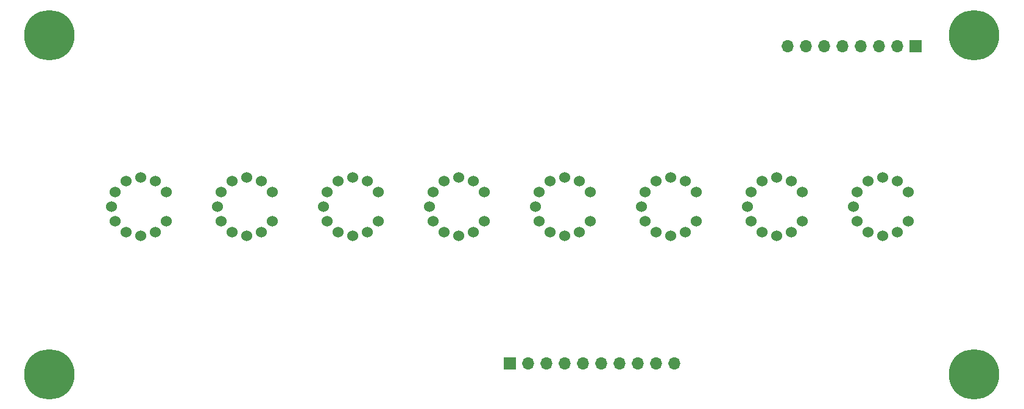
<source format=gts>
%TF.GenerationSoftware,KiCad,Pcbnew,(6.0.2)*%
%TF.CreationDate,2022-06-24T18:37:41+02:00*%
%TF.ProjectId,divergence_meter_top,64697665-7267-4656-9e63-655f6d657465,rev?*%
%TF.SameCoordinates,Original*%
%TF.FileFunction,Soldermask,Top*%
%TF.FilePolarity,Negative*%
%FSLAX46Y46*%
G04 Gerber Fmt 4.6, Leading zero omitted, Abs format (unit mm)*
G04 Created by KiCad (PCBNEW (6.0.2)) date 2022-06-24 18:37:41*
%MOMM*%
%LPD*%
G01*
G04 APERTURE LIST*
%ADD10C,1.524000*%
%ADD11C,0.800000*%
%ADD12C,7.000000*%
%ADD13R,1.700000X1.700000*%
%ADD14O,1.700000X1.700000*%
G04 APERTURE END LIST*
D10*
%TO.C,itr8*%
X187452000Y-106680000D03*
X185928000Y-105156000D03*
X183896000Y-104648000D03*
X181864000Y-105156000D03*
X180340000Y-106680000D03*
X179832000Y-108712000D03*
X180340000Y-110744000D03*
X181864000Y-112268000D03*
X183896000Y-112776000D03*
X185928000Y-112268000D03*
X187452000Y-110744000D03*
%TD*%
%TO.C,itr7*%
X172720000Y-106680000D03*
X171196000Y-105156000D03*
X169164000Y-104648000D03*
X167132000Y-105156000D03*
X165608000Y-106680000D03*
X165100000Y-108712000D03*
X165608000Y-110744000D03*
X167132000Y-112268000D03*
X169164000Y-112776000D03*
X171196000Y-112268000D03*
X172720000Y-110744000D03*
%TD*%
%TO.C,itr6*%
X157988000Y-106680000D03*
X156464000Y-105156000D03*
X154432000Y-104648000D03*
X152400000Y-105156000D03*
X150876000Y-106680000D03*
X150368000Y-108712000D03*
X150876000Y-110744000D03*
X152400000Y-112268000D03*
X154432000Y-112776000D03*
X156464000Y-112268000D03*
X157988000Y-110744000D03*
%TD*%
%TO.C,itr5*%
X143256000Y-106680000D03*
X141732000Y-105156000D03*
X139700000Y-104648000D03*
X137668000Y-105156000D03*
X136144000Y-106680000D03*
X135636000Y-108712000D03*
X136144000Y-110744000D03*
X137668000Y-112268000D03*
X139700000Y-112776000D03*
X141732000Y-112268000D03*
X143256000Y-110744000D03*
%TD*%
%TO.C,itr4*%
X128524000Y-106680000D03*
X127000000Y-105156000D03*
X124968000Y-104648000D03*
X122936000Y-105156000D03*
X121412000Y-106680000D03*
X120904000Y-108712000D03*
X121412000Y-110744000D03*
X122936000Y-112268000D03*
X124968000Y-112776000D03*
X127000000Y-112268000D03*
X128524000Y-110744000D03*
%TD*%
%TO.C,itr3*%
X113792000Y-106680000D03*
X112268000Y-105156000D03*
X110236000Y-104648000D03*
X108204000Y-105156000D03*
X106680000Y-106680000D03*
X106172000Y-108712000D03*
X106680000Y-110744000D03*
X108204000Y-112268000D03*
X110236000Y-112776000D03*
X112268000Y-112268000D03*
X113792000Y-110744000D03*
%TD*%
%TO.C,itr2*%
X99060000Y-106680000D03*
X97536000Y-105156000D03*
X95504000Y-104648000D03*
X93472000Y-105156000D03*
X91948000Y-106680000D03*
X91440000Y-108712000D03*
X91948000Y-110744000D03*
X93472000Y-112268000D03*
X95504000Y-112776000D03*
X97536000Y-112268000D03*
X99060000Y-110744000D03*
%TD*%
%TO.C,itr1*%
X84328000Y-106680000D03*
X82804000Y-105156000D03*
X80772000Y-104648000D03*
X78740000Y-105156000D03*
X77216000Y-106680000D03*
X76708000Y-108712000D03*
X77216000Y-110744000D03*
X78740000Y-112268000D03*
X80772000Y-112776000D03*
X82804000Y-112268000D03*
X84328000Y-110744000D03*
%TD*%
D11*
%TO.C,H2*%
X193971000Y-84836000D03*
X196596000Y-87461000D03*
X199221000Y-84836000D03*
X198452155Y-86692155D03*
X194739845Y-82979845D03*
X194739845Y-86692155D03*
D12*
X196596000Y-84836000D03*
D11*
X196596000Y-82211000D03*
X198452155Y-82979845D03*
%TD*%
%TO.C,H4*%
X69928155Y-130223845D03*
X70697000Y-132080000D03*
X65447000Y-132080000D03*
X66215845Y-133936155D03*
D12*
X68072000Y-132080000D03*
D11*
X66215845Y-130223845D03*
X68072000Y-134705000D03*
X69928155Y-133936155D03*
X68072000Y-129455000D03*
%TD*%
D12*
%TO.C,H1*%
X68072000Y-84836000D03*
D11*
X66215845Y-86692155D03*
X66215845Y-82979845D03*
X69928155Y-86692155D03*
X65447000Y-84836000D03*
X68072000Y-87461000D03*
X68072000Y-82211000D03*
X69928155Y-82979845D03*
X70697000Y-84836000D03*
%TD*%
%TO.C,H3*%
X198452155Y-133936155D03*
X194739845Y-130223845D03*
X194739845Y-133936155D03*
X199221000Y-132080000D03*
X196596000Y-129455000D03*
X198452155Y-130223845D03*
D12*
X196596000Y-132080000D03*
D11*
X196596000Y-134705000D03*
X193971000Y-132080000D03*
%TD*%
D13*
%TO.C,JT1*%
X132080000Y-130556000D03*
D14*
X134620000Y-130556000D03*
X137160000Y-130556000D03*
X139700000Y-130556000D03*
X142240000Y-130556000D03*
X144780000Y-130556000D03*
X147320000Y-130556000D03*
X149860000Y-130556000D03*
X152400000Y-130556000D03*
X154940000Y-130556000D03*
%TD*%
D13*
%TO.C,JT2*%
X188468000Y-86360000D03*
D14*
X185928000Y-86360000D03*
X183388000Y-86360000D03*
X180848000Y-86360000D03*
X178308000Y-86360000D03*
X175768000Y-86360000D03*
X173228000Y-86360000D03*
X170688000Y-86360000D03*
%TD*%
M02*

</source>
